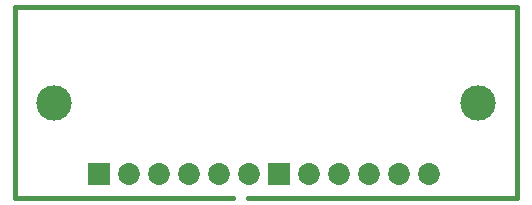
<source format=gbs>
G75*
%MOIN*%
%OFA0B0*%
%FSLAX25Y25*%
%IPPOS*%
%LPD*%
%AMOC8*
5,1,8,0,0,1.08239X$1,22.5*
%
%ADD10C,0.01600*%
%ADD11C,0.00000*%
%ADD12C,0.11824*%
%ADD13R,0.07300X0.07300*%
%ADD14C,0.07300*%
D10*
X0001800Y0033343D02*
X0074300Y0033343D01*
X0079550Y0033343D02*
X0169050Y0033343D01*
X0169050Y0096843D01*
X0001800Y0096843D01*
X0001800Y0033343D01*
D11*
X0009117Y0065000D02*
X0009119Y0065148D01*
X0009125Y0065296D01*
X0009135Y0065444D01*
X0009149Y0065591D01*
X0009167Y0065738D01*
X0009188Y0065884D01*
X0009214Y0066030D01*
X0009244Y0066175D01*
X0009277Y0066319D01*
X0009315Y0066462D01*
X0009356Y0066604D01*
X0009401Y0066745D01*
X0009449Y0066885D01*
X0009502Y0067024D01*
X0009558Y0067161D01*
X0009618Y0067296D01*
X0009681Y0067430D01*
X0009748Y0067562D01*
X0009819Y0067692D01*
X0009893Y0067820D01*
X0009970Y0067946D01*
X0010051Y0068070D01*
X0010135Y0068192D01*
X0010222Y0068311D01*
X0010313Y0068428D01*
X0010407Y0068543D01*
X0010503Y0068655D01*
X0010603Y0068765D01*
X0010705Y0068871D01*
X0010811Y0068975D01*
X0010919Y0069076D01*
X0011030Y0069174D01*
X0011143Y0069270D01*
X0011259Y0069362D01*
X0011377Y0069451D01*
X0011498Y0069536D01*
X0011621Y0069619D01*
X0011746Y0069698D01*
X0011873Y0069774D01*
X0012002Y0069846D01*
X0012133Y0069915D01*
X0012266Y0069980D01*
X0012401Y0070041D01*
X0012537Y0070099D01*
X0012674Y0070154D01*
X0012813Y0070204D01*
X0012954Y0070251D01*
X0013095Y0070294D01*
X0013238Y0070334D01*
X0013382Y0070369D01*
X0013526Y0070401D01*
X0013672Y0070428D01*
X0013818Y0070452D01*
X0013965Y0070472D01*
X0014112Y0070488D01*
X0014259Y0070500D01*
X0014407Y0070508D01*
X0014555Y0070512D01*
X0014703Y0070512D01*
X0014851Y0070508D01*
X0014999Y0070500D01*
X0015146Y0070488D01*
X0015293Y0070472D01*
X0015440Y0070452D01*
X0015586Y0070428D01*
X0015732Y0070401D01*
X0015876Y0070369D01*
X0016020Y0070334D01*
X0016163Y0070294D01*
X0016304Y0070251D01*
X0016445Y0070204D01*
X0016584Y0070154D01*
X0016721Y0070099D01*
X0016857Y0070041D01*
X0016992Y0069980D01*
X0017125Y0069915D01*
X0017256Y0069846D01*
X0017385Y0069774D01*
X0017512Y0069698D01*
X0017637Y0069619D01*
X0017760Y0069536D01*
X0017881Y0069451D01*
X0017999Y0069362D01*
X0018115Y0069270D01*
X0018228Y0069174D01*
X0018339Y0069076D01*
X0018447Y0068975D01*
X0018553Y0068871D01*
X0018655Y0068765D01*
X0018755Y0068655D01*
X0018851Y0068543D01*
X0018945Y0068428D01*
X0019036Y0068311D01*
X0019123Y0068192D01*
X0019207Y0068070D01*
X0019288Y0067946D01*
X0019365Y0067820D01*
X0019439Y0067692D01*
X0019510Y0067562D01*
X0019577Y0067430D01*
X0019640Y0067296D01*
X0019700Y0067161D01*
X0019756Y0067024D01*
X0019809Y0066885D01*
X0019857Y0066745D01*
X0019902Y0066604D01*
X0019943Y0066462D01*
X0019981Y0066319D01*
X0020014Y0066175D01*
X0020044Y0066030D01*
X0020070Y0065884D01*
X0020091Y0065738D01*
X0020109Y0065591D01*
X0020123Y0065444D01*
X0020133Y0065296D01*
X0020139Y0065148D01*
X0020141Y0065000D01*
X0020139Y0064852D01*
X0020133Y0064704D01*
X0020123Y0064556D01*
X0020109Y0064409D01*
X0020091Y0064262D01*
X0020070Y0064116D01*
X0020044Y0063970D01*
X0020014Y0063825D01*
X0019981Y0063681D01*
X0019943Y0063538D01*
X0019902Y0063396D01*
X0019857Y0063255D01*
X0019809Y0063115D01*
X0019756Y0062976D01*
X0019700Y0062839D01*
X0019640Y0062704D01*
X0019577Y0062570D01*
X0019510Y0062438D01*
X0019439Y0062308D01*
X0019365Y0062180D01*
X0019288Y0062054D01*
X0019207Y0061930D01*
X0019123Y0061808D01*
X0019036Y0061689D01*
X0018945Y0061572D01*
X0018851Y0061457D01*
X0018755Y0061345D01*
X0018655Y0061235D01*
X0018553Y0061129D01*
X0018447Y0061025D01*
X0018339Y0060924D01*
X0018228Y0060826D01*
X0018115Y0060730D01*
X0017999Y0060638D01*
X0017881Y0060549D01*
X0017760Y0060464D01*
X0017637Y0060381D01*
X0017512Y0060302D01*
X0017385Y0060226D01*
X0017256Y0060154D01*
X0017125Y0060085D01*
X0016992Y0060020D01*
X0016857Y0059959D01*
X0016721Y0059901D01*
X0016584Y0059846D01*
X0016445Y0059796D01*
X0016304Y0059749D01*
X0016163Y0059706D01*
X0016020Y0059666D01*
X0015876Y0059631D01*
X0015732Y0059599D01*
X0015586Y0059572D01*
X0015440Y0059548D01*
X0015293Y0059528D01*
X0015146Y0059512D01*
X0014999Y0059500D01*
X0014851Y0059492D01*
X0014703Y0059488D01*
X0014555Y0059488D01*
X0014407Y0059492D01*
X0014259Y0059500D01*
X0014112Y0059512D01*
X0013965Y0059528D01*
X0013818Y0059548D01*
X0013672Y0059572D01*
X0013526Y0059599D01*
X0013382Y0059631D01*
X0013238Y0059666D01*
X0013095Y0059706D01*
X0012954Y0059749D01*
X0012813Y0059796D01*
X0012674Y0059846D01*
X0012537Y0059901D01*
X0012401Y0059959D01*
X0012266Y0060020D01*
X0012133Y0060085D01*
X0012002Y0060154D01*
X0011873Y0060226D01*
X0011746Y0060302D01*
X0011621Y0060381D01*
X0011498Y0060464D01*
X0011377Y0060549D01*
X0011259Y0060638D01*
X0011143Y0060730D01*
X0011030Y0060826D01*
X0010919Y0060924D01*
X0010811Y0061025D01*
X0010705Y0061129D01*
X0010603Y0061235D01*
X0010503Y0061345D01*
X0010407Y0061457D01*
X0010313Y0061572D01*
X0010222Y0061689D01*
X0010135Y0061808D01*
X0010051Y0061930D01*
X0009970Y0062054D01*
X0009893Y0062180D01*
X0009819Y0062308D01*
X0009748Y0062438D01*
X0009681Y0062570D01*
X0009618Y0062704D01*
X0009558Y0062839D01*
X0009502Y0062976D01*
X0009449Y0063115D01*
X0009401Y0063255D01*
X0009356Y0063396D01*
X0009315Y0063538D01*
X0009277Y0063681D01*
X0009244Y0063825D01*
X0009214Y0063970D01*
X0009188Y0064116D01*
X0009167Y0064262D01*
X0009149Y0064409D01*
X0009135Y0064556D01*
X0009125Y0064704D01*
X0009119Y0064852D01*
X0009117Y0065000D01*
X0150455Y0065008D02*
X0150457Y0065156D01*
X0150463Y0065304D01*
X0150473Y0065452D01*
X0150487Y0065599D01*
X0150505Y0065746D01*
X0150526Y0065892D01*
X0150552Y0066038D01*
X0150582Y0066183D01*
X0150615Y0066327D01*
X0150653Y0066470D01*
X0150694Y0066612D01*
X0150739Y0066753D01*
X0150787Y0066893D01*
X0150840Y0067032D01*
X0150896Y0067169D01*
X0150956Y0067304D01*
X0151019Y0067438D01*
X0151086Y0067570D01*
X0151157Y0067700D01*
X0151231Y0067828D01*
X0151308Y0067954D01*
X0151389Y0068078D01*
X0151473Y0068200D01*
X0151560Y0068319D01*
X0151651Y0068436D01*
X0151745Y0068551D01*
X0151841Y0068663D01*
X0151941Y0068773D01*
X0152043Y0068879D01*
X0152149Y0068983D01*
X0152257Y0069084D01*
X0152368Y0069182D01*
X0152481Y0069278D01*
X0152597Y0069370D01*
X0152715Y0069459D01*
X0152836Y0069544D01*
X0152959Y0069627D01*
X0153084Y0069706D01*
X0153211Y0069782D01*
X0153340Y0069854D01*
X0153471Y0069923D01*
X0153604Y0069988D01*
X0153739Y0070049D01*
X0153875Y0070107D01*
X0154012Y0070162D01*
X0154151Y0070212D01*
X0154292Y0070259D01*
X0154433Y0070302D01*
X0154576Y0070342D01*
X0154720Y0070377D01*
X0154864Y0070409D01*
X0155010Y0070436D01*
X0155156Y0070460D01*
X0155303Y0070480D01*
X0155450Y0070496D01*
X0155597Y0070508D01*
X0155745Y0070516D01*
X0155893Y0070520D01*
X0156041Y0070520D01*
X0156189Y0070516D01*
X0156337Y0070508D01*
X0156484Y0070496D01*
X0156631Y0070480D01*
X0156778Y0070460D01*
X0156924Y0070436D01*
X0157070Y0070409D01*
X0157214Y0070377D01*
X0157358Y0070342D01*
X0157501Y0070302D01*
X0157642Y0070259D01*
X0157783Y0070212D01*
X0157922Y0070162D01*
X0158059Y0070107D01*
X0158195Y0070049D01*
X0158330Y0069988D01*
X0158463Y0069923D01*
X0158594Y0069854D01*
X0158723Y0069782D01*
X0158850Y0069706D01*
X0158975Y0069627D01*
X0159098Y0069544D01*
X0159219Y0069459D01*
X0159337Y0069370D01*
X0159453Y0069278D01*
X0159566Y0069182D01*
X0159677Y0069084D01*
X0159785Y0068983D01*
X0159891Y0068879D01*
X0159993Y0068773D01*
X0160093Y0068663D01*
X0160189Y0068551D01*
X0160283Y0068436D01*
X0160374Y0068319D01*
X0160461Y0068200D01*
X0160545Y0068078D01*
X0160626Y0067954D01*
X0160703Y0067828D01*
X0160777Y0067700D01*
X0160848Y0067570D01*
X0160915Y0067438D01*
X0160978Y0067304D01*
X0161038Y0067169D01*
X0161094Y0067032D01*
X0161147Y0066893D01*
X0161195Y0066753D01*
X0161240Y0066612D01*
X0161281Y0066470D01*
X0161319Y0066327D01*
X0161352Y0066183D01*
X0161382Y0066038D01*
X0161408Y0065892D01*
X0161429Y0065746D01*
X0161447Y0065599D01*
X0161461Y0065452D01*
X0161471Y0065304D01*
X0161477Y0065156D01*
X0161479Y0065008D01*
X0161477Y0064860D01*
X0161471Y0064712D01*
X0161461Y0064564D01*
X0161447Y0064417D01*
X0161429Y0064270D01*
X0161408Y0064124D01*
X0161382Y0063978D01*
X0161352Y0063833D01*
X0161319Y0063689D01*
X0161281Y0063546D01*
X0161240Y0063404D01*
X0161195Y0063263D01*
X0161147Y0063123D01*
X0161094Y0062984D01*
X0161038Y0062847D01*
X0160978Y0062712D01*
X0160915Y0062578D01*
X0160848Y0062446D01*
X0160777Y0062316D01*
X0160703Y0062188D01*
X0160626Y0062062D01*
X0160545Y0061938D01*
X0160461Y0061816D01*
X0160374Y0061697D01*
X0160283Y0061580D01*
X0160189Y0061465D01*
X0160093Y0061353D01*
X0159993Y0061243D01*
X0159891Y0061137D01*
X0159785Y0061033D01*
X0159677Y0060932D01*
X0159566Y0060834D01*
X0159453Y0060738D01*
X0159337Y0060646D01*
X0159219Y0060557D01*
X0159098Y0060472D01*
X0158975Y0060389D01*
X0158850Y0060310D01*
X0158723Y0060234D01*
X0158594Y0060162D01*
X0158463Y0060093D01*
X0158330Y0060028D01*
X0158195Y0059967D01*
X0158059Y0059909D01*
X0157922Y0059854D01*
X0157783Y0059804D01*
X0157642Y0059757D01*
X0157501Y0059714D01*
X0157358Y0059674D01*
X0157214Y0059639D01*
X0157070Y0059607D01*
X0156924Y0059580D01*
X0156778Y0059556D01*
X0156631Y0059536D01*
X0156484Y0059520D01*
X0156337Y0059508D01*
X0156189Y0059500D01*
X0156041Y0059496D01*
X0155893Y0059496D01*
X0155745Y0059500D01*
X0155597Y0059508D01*
X0155450Y0059520D01*
X0155303Y0059536D01*
X0155156Y0059556D01*
X0155010Y0059580D01*
X0154864Y0059607D01*
X0154720Y0059639D01*
X0154576Y0059674D01*
X0154433Y0059714D01*
X0154292Y0059757D01*
X0154151Y0059804D01*
X0154012Y0059854D01*
X0153875Y0059909D01*
X0153739Y0059967D01*
X0153604Y0060028D01*
X0153471Y0060093D01*
X0153340Y0060162D01*
X0153211Y0060234D01*
X0153084Y0060310D01*
X0152959Y0060389D01*
X0152836Y0060472D01*
X0152715Y0060557D01*
X0152597Y0060646D01*
X0152481Y0060738D01*
X0152368Y0060834D01*
X0152257Y0060932D01*
X0152149Y0061033D01*
X0152043Y0061137D01*
X0151941Y0061243D01*
X0151841Y0061353D01*
X0151745Y0061465D01*
X0151651Y0061580D01*
X0151560Y0061697D01*
X0151473Y0061816D01*
X0151389Y0061938D01*
X0151308Y0062062D01*
X0151231Y0062188D01*
X0151157Y0062316D01*
X0151086Y0062446D01*
X0151019Y0062578D01*
X0150956Y0062712D01*
X0150896Y0062847D01*
X0150840Y0062984D01*
X0150787Y0063123D01*
X0150739Y0063263D01*
X0150694Y0063404D01*
X0150653Y0063546D01*
X0150615Y0063689D01*
X0150582Y0063833D01*
X0150552Y0063978D01*
X0150526Y0064124D01*
X0150505Y0064270D01*
X0150487Y0064417D01*
X0150473Y0064564D01*
X0150463Y0064712D01*
X0150457Y0064860D01*
X0150455Y0065008D01*
D12*
X0155967Y0065008D03*
X0014629Y0065000D03*
D13*
X0029800Y0041093D03*
X0089800Y0041093D03*
D14*
X0079800Y0041093D03*
X0069800Y0041093D03*
X0059800Y0041093D03*
X0049800Y0041093D03*
X0039800Y0041093D03*
X0099800Y0041093D03*
X0109800Y0041093D03*
X0119800Y0041093D03*
X0129800Y0041093D03*
X0139800Y0041093D03*
M02*

</source>
